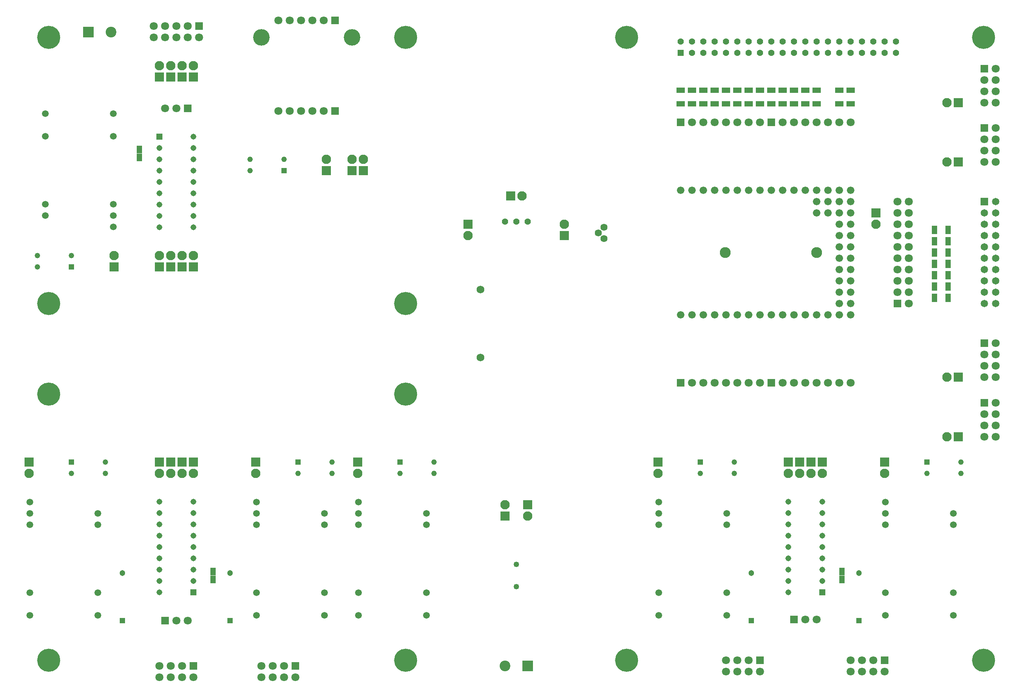
<source format=gbr>
G04 EasyPC Gerber Version 21.0.3 Build 4286 *
%FSLAX35Y35*%
%MOIN*%
%ADD106R,0.04734X0.06506*%
%ADD114R,0.04734X0.07687*%
%ADD101R,0.04813X0.04813*%
%ADD107R,0.05128X0.05128*%
%ADD104R,0.05167X0.05167*%
%ADD111R,0.05620X0.05620*%
%ADD109R,0.06506X0.06506*%
%ADD92R,0.07096X0.07096*%
%ADD95R,0.08277X0.08277*%
%ADD97R,0.09458X0.09458*%
%ADD102C,0.04813*%
%ADD116C,0.04931*%
%ADD108C,0.05128*%
%ADD105C,0.05167*%
%ADD112C,0.05620*%
%ADD100C,0.05639*%
%ADD103C,0.05915*%
%ADD115C,0.06269*%
%ADD110C,0.06506*%
%ADD91C,0.06600*%
%ADD99C,0.06860*%
%ADD93C,0.07096*%
%ADD96C,0.08277*%
%ADD98C,0.09458*%
%ADD94C,0.09655*%
%ADD89C,0.14600*%
%ADD88C,0.20400*%
%ADD113R,0.07687X0.04734*%
X0Y0D02*
D02*
D88*
X45250Y45250D03*
Y280250D03*
Y360250D03*
Y595250D03*
X360250Y45250D03*
Y280250D03*
Y360250D03*
Y595250D03*
X555250Y45250D03*
Y595250D03*
X870250Y45250D03*
Y595250D03*
D02*
D89*
X232750D03*
X312750D03*
D02*
D91*
X602750Y350250D03*
Y460250D03*
X612750Y350250D03*
Y460250D03*
X622750Y350250D03*
Y460250D03*
X632750Y350250D03*
Y460250D03*
X642750Y350250D03*
Y460250D03*
X652750Y350250D03*
Y460250D03*
X662750Y350250D03*
Y460250D03*
X672750Y350250D03*
Y460250D03*
X682750Y350250D03*
Y460250D03*
X692750Y350250D03*
Y460250D03*
X702750Y350250D03*
Y460250D03*
X712750Y350250D03*
Y460250D03*
X722750Y350250D03*
Y440250D03*
Y450250D03*
Y460250D03*
X732750Y350250D03*
Y440250D03*
Y450250D03*
Y460250D03*
X742750Y350250D03*
Y360250D03*
Y370250D03*
Y380250D03*
Y390250D03*
Y400250D03*
Y410250D03*
Y420250D03*
Y430250D03*
Y440250D03*
Y450250D03*
Y460250D03*
X752750Y350250D03*
Y360250D03*
Y370250D03*
Y380250D03*
Y390250D03*
Y400250D03*
Y410250D03*
Y420250D03*
Y430250D03*
Y440250D03*
Y450250D03*
Y460250D03*
D02*
D92*
X147777Y80250D03*
X167723Y532750D03*
X172750Y40250D03*
X177750Y605250D03*
X262750Y40250D03*
X297750Y530250D03*
Y610250D03*
X602750Y290250D03*
Y520250D03*
X672750Y45250D03*
X682750Y290250D03*
Y520250D03*
X702777Y81500D03*
X782750Y45250D03*
X794000Y360250D03*
X870750Y272750D03*
Y325250D03*
Y515250D03*
Y567750D03*
D02*
D93*
X137750Y595250D03*
Y605250D03*
X142750Y30250D03*
Y40250D03*
X147723Y532750D03*
X147750Y595250D03*
Y605250D03*
X152750Y30250D03*
Y40250D03*
X157723Y532750D03*
X157750Y595250D03*
Y605250D03*
X157777Y80250D03*
X162750Y30250D03*
Y40250D03*
X167750Y595250D03*
Y605250D03*
X167777Y80250D03*
X172750Y30250D03*
X177750Y595250D03*
X232750Y30250D03*
Y40250D03*
X242750Y30250D03*
Y40250D03*
X247750Y530250D03*
Y610250D03*
X252750Y30250D03*
Y40250D03*
X257750Y530250D03*
Y610250D03*
X262750Y30250D03*
X267750Y530250D03*
Y610250D03*
X277750Y530250D03*
Y610250D03*
X287750Y530250D03*
Y610250D03*
X612750Y290250D03*
Y520250D03*
X622750Y290250D03*
Y520250D03*
X632750Y290250D03*
Y520250D03*
X642750Y35250D03*
Y45250D03*
Y290250D03*
Y520250D03*
X652750Y35250D03*
Y45250D03*
Y290250D03*
Y520250D03*
X662750Y35250D03*
Y45250D03*
Y290250D03*
Y520250D03*
X672750Y35250D03*
Y290250D03*
Y520250D03*
X692750Y290250D03*
Y520250D03*
X702750Y290250D03*
Y520250D03*
X712750Y290250D03*
Y520250D03*
X712777Y81500D03*
X722750Y290250D03*
Y520250D03*
X722777Y81500D03*
X732750Y290250D03*
Y520250D03*
X742750Y290250D03*
Y520250D03*
X752750Y35250D03*
Y45250D03*
Y290250D03*
Y520250D03*
X762750Y35250D03*
Y45250D03*
X772750Y35250D03*
Y45250D03*
X782750Y35250D03*
X794000Y370250D03*
Y380250D03*
Y390250D03*
Y400250D03*
Y410250D03*
Y420250D03*
Y430250D03*
Y440250D03*
Y450250D03*
X804000Y360250D03*
Y370250D03*
Y380250D03*
Y390250D03*
Y400250D03*
Y410250D03*
Y420250D03*
Y430250D03*
Y440250D03*
Y450250D03*
X870750Y242750D03*
Y252750D03*
Y262750D03*
Y295250D03*
Y305250D03*
Y315250D03*
Y485250D03*
Y495250D03*
Y505250D03*
Y537750D03*
Y547750D03*
Y557750D03*
X880750Y242750D03*
Y252750D03*
Y262750D03*
Y272750D03*
Y295250D03*
Y305250D03*
Y315250D03*
Y325250D03*
Y485250D03*
Y495250D03*
Y505250D03*
Y515250D03*
Y537750D03*
Y547750D03*
Y557750D03*
Y567750D03*
D02*
D94*
X642238Y405250D03*
X722750D03*
D02*
D95*
X27750Y220250D03*
X102750Y392750D03*
X142750Y220250D03*
Y392750D03*
Y560250D03*
X152750Y220250D03*
Y392750D03*
Y560250D03*
X162750Y220250D03*
Y392750D03*
Y560250D03*
X172750Y220250D03*
Y392750D03*
Y560250D03*
X227750Y220250D03*
X290250Y477750D03*
X312750D03*
X317750Y220250D03*
X322750Y477750D03*
X415250Y430240D03*
X447750Y172750D03*
X452750Y455250D03*
X467750Y182750D03*
X500250Y420240D03*
X582750Y220250D03*
X697750D03*
X707750D03*
X717750D03*
X727750D03*
X775250Y440250D03*
X782750Y220250D03*
X847750Y242750D03*
Y295250D03*
Y485250D03*
Y537750D03*
D02*
D96*
X27750Y210250D03*
X102750Y402750D03*
X142750Y210250D03*
Y402750D03*
Y570250D03*
X152750Y210250D03*
Y402750D03*
Y570250D03*
X162750Y210250D03*
Y402750D03*
Y570250D03*
X172750Y210250D03*
Y402750D03*
Y570250D03*
X227750Y210250D03*
X290250Y487750D03*
X312750D03*
X317750Y210250D03*
X322750Y487750D03*
X415250Y420240D03*
X447750Y182750D03*
X462750Y455250D03*
X467750Y172750D03*
X500250Y430240D03*
X582750Y210250D03*
X697750D03*
X707750D03*
X717750D03*
X727750D03*
X775250Y430250D03*
X782750Y210250D03*
X837750Y242750D03*
Y295250D03*
Y485250D03*
Y537750D03*
D02*
D97*
X80183Y600182D03*
X467817Y40318D03*
D02*
D98*
X100183Y600182D03*
X447817Y40318D03*
D02*
D99*
X426156Y312737D03*
Y372750D03*
D02*
D100*
X447764Y432740D03*
X457764D03*
X467764D03*
D02*
D101*
X65250Y220250D03*
Y392750D03*
X252750Y477750D03*
X265250Y220250D03*
X355250D03*
X620250D03*
X820250D03*
D02*
D102*
X35250Y392750D03*
Y402750D03*
X65250Y210250D03*
Y402750D03*
X95250Y210250D03*
Y220250D03*
X222750Y477750D03*
Y487750D03*
X252750D03*
X265250Y210250D03*
X295250D03*
Y220250D03*
X355250Y210250D03*
X385250D03*
Y220250D03*
X620250Y210250D03*
X650250D03*
Y220250D03*
X820250Y210250D03*
X850250D03*
Y220250D03*
D02*
D103*
X28301Y84876D03*
Y104876D03*
Y164876D03*
Y174876D03*
Y184876D03*
X42199Y438124D03*
Y448124D03*
Y508124D03*
Y528124D03*
X88301Y84876D03*
Y104876D03*
Y164876D03*
Y174876D03*
X102199Y428124D03*
Y438124D03*
Y448124D03*
Y508124D03*
Y528124D03*
X228301Y84876D03*
Y104876D03*
Y164876D03*
Y174876D03*
Y184876D03*
X288301Y84876D03*
Y104876D03*
Y164876D03*
Y174876D03*
X318301Y84876D03*
Y104876D03*
Y164876D03*
Y174876D03*
Y184876D03*
X378301Y84876D03*
Y104876D03*
Y164876D03*
Y174876D03*
X583301Y84876D03*
Y104876D03*
Y164876D03*
Y174876D03*
Y184876D03*
X643301Y84876D03*
Y104876D03*
Y164876D03*
Y174876D03*
X783301Y84876D03*
Y104876D03*
Y164876D03*
Y174876D03*
Y184876D03*
X843301Y84876D03*
Y104876D03*
Y164876D03*
Y174876D03*
D02*
D104*
X142750Y507763D03*
X172750Y105237D03*
X727750D03*
D02*
D105*
X142750D03*
Y115237D03*
Y125237D03*
Y135237D03*
Y145237D03*
Y155237D03*
Y165237D03*
Y175237D03*
Y185237D03*
Y427763D03*
Y437763D03*
Y447763D03*
Y457763D03*
Y467763D03*
Y477763D03*
Y487763D03*
Y497763D03*
X172750Y115237D03*
Y125237D03*
Y135237D03*
Y145237D03*
Y155237D03*
Y165237D03*
Y175237D03*
Y185237D03*
Y427763D03*
Y437763D03*
Y447763D03*
Y457763D03*
Y467763D03*
Y477763D03*
Y487763D03*
Y497763D03*
Y507763D03*
X697750Y105237D03*
Y115237D03*
Y125237D03*
Y135237D03*
Y145237D03*
Y155237D03*
Y165237D03*
Y175237D03*
Y185237D03*
X727750Y115237D03*
Y125237D03*
Y135237D03*
Y145237D03*
Y155237D03*
Y165237D03*
Y175237D03*
Y185237D03*
D02*
D106*
X125250Y489207D03*
Y496293D03*
X190250Y116707D03*
Y123793D03*
X745250Y116707D03*
Y123793D03*
D02*
D107*
X110250Y80250D03*
X205250D03*
X665250D03*
X760250D03*
D02*
D108*
X110250Y122376D03*
X205250D03*
X665250D03*
X760250D03*
D02*
D109*
X870730Y450250D03*
D02*
D110*
Y360250D03*
Y370250D03*
Y380250D03*
Y390250D03*
Y400250D03*
Y410250D03*
Y420250D03*
Y430250D03*
Y440250D03*
X880730Y360250D03*
Y370250D03*
Y380250D03*
Y390250D03*
Y400250D03*
Y410250D03*
Y420250D03*
Y430250D03*
Y440250D03*
Y450250D03*
D02*
D111*
X602750Y581750D03*
D02*
D112*
Y591750D03*
X612750Y581750D03*
Y591750D03*
X622750Y581750D03*
Y591750D03*
X632750Y581750D03*
Y591750D03*
X642750Y581750D03*
Y591750D03*
X652750Y581750D03*
Y591750D03*
X662750Y581750D03*
Y591750D03*
X672750Y581750D03*
Y591750D03*
X682750Y581750D03*
Y591750D03*
X692750Y581750D03*
Y591750D03*
X702750Y581750D03*
Y591750D03*
X712750Y581750D03*
Y591750D03*
X722750Y581750D03*
Y591750D03*
X732750Y581750D03*
Y591750D03*
X742750Y581750D03*
Y591750D03*
X752750Y581750D03*
Y591750D03*
X762750Y581750D03*
Y591750D03*
X772750Y581750D03*
Y591750D03*
X782750Y581750D03*
Y591750D03*
X792750Y581750D03*
Y591750D03*
D02*
D113*
X602750Y536844D03*
Y548656D03*
X612750Y536844D03*
Y548656D03*
X622750Y536844D03*
Y548656D03*
X632750Y536844D03*
Y548656D03*
X642750Y536844D03*
Y548656D03*
X652750Y536844D03*
Y548656D03*
X662750Y536844D03*
Y548656D03*
X672750Y536844D03*
Y548656D03*
X682750Y536844D03*
Y548656D03*
X692750Y536844D03*
Y548656D03*
X702750Y536844D03*
Y548656D03*
X712750Y536844D03*
Y548656D03*
X722750Y536844D03*
Y548656D03*
X742750Y536844D03*
Y548656D03*
X752750Y536844D03*
Y548656D03*
D02*
D114*
X826844Y365250D03*
Y375250D03*
Y385250D03*
Y395250D03*
Y405250D03*
Y415250D03*
Y425250D03*
X838656Y365250D03*
Y375250D03*
Y385250D03*
Y395250D03*
Y405250D03*
Y415250D03*
Y425250D03*
D02*
D115*
X530250Y422750D03*
X535250Y417750D03*
Y427750D03*
D02*
D116*
X457750Y110250D03*
Y130093D03*
X0Y0D02*
M02*

</source>
